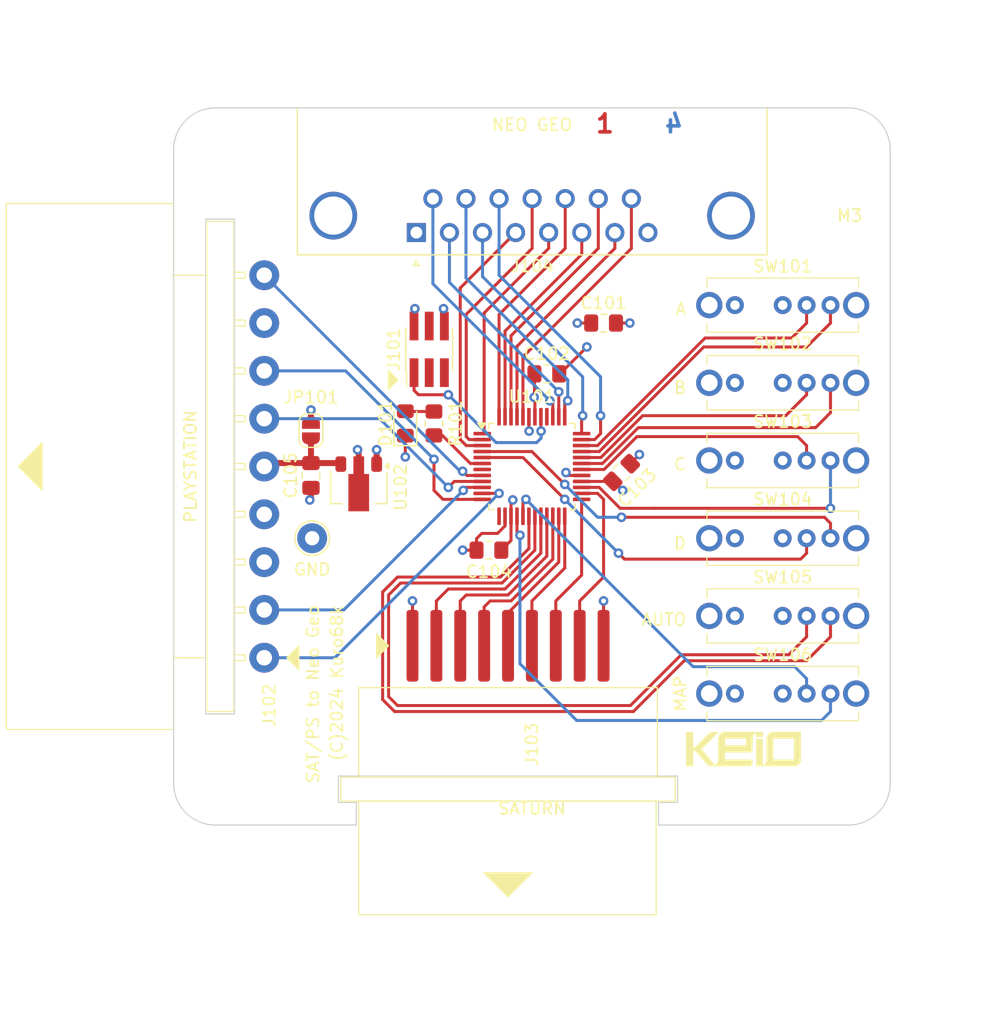
<source format=kicad_pcb>
(kicad_pcb (version 20240108) (generator "pcbnew") (generator_version "8.0")
  (layers (0 "F.Cu" signal) (1 "In1.Cu" signal) (2 "In2.Cu" signal) (31 "B.Cu" signal) (34 "B.Paste" user) (35 "F.Paste" user) (36 "B.SilkS" user "B.Silkscreen") (37 "F.SilkS" user "F.Silkscreen") (38 "B.Mask" user) (39 "F.Mask" user) (44 "Edge.Cuts" user))
  (net 0 "")
  (net 1 "+5V")
  (net 2 "GND")
  (net 3 "/UPDI_DATA")
  (net 7 "/PS_DAT")
  (net 8 "/PS_CMD")
  (net 10 "+3.3V")
  (net 11 "/PS_ATT")
  (net 12 "/PS_CLK")
  (net 14 "/PS_ACK")
  (net 15 "/SAT_D1")
  (net 16 "/SAT_D0")
  (net 17 "/SAT_TH")
  (net 18 "/SAT_TR")
  (net 19 "/SAT_TL")
  (net 20 "/SAT_D3")
  (net 21 "/SAT_D2")
  (net 22 "/NG_SEL")
  (net 23 "/NG_B")
  (net 24 "/NG_RIGHT")
  (net 25 "/NG_DOWN")
  (net 26 "/NG_START")
  (net 27 "/NG_C")
  (net 28 "/NG_A")
  (net 29 "/NG_LEFT")
  (net 30 "/NG_UP")
  (net 32 "/AF_A1")
  (net 33 "/AF_A2")
  (net 35 "/AF_B1")
  (net 36 "/AF_B2")
  (net 38 "/AF_C1")
  (net 39 "/AF_C2")
  (net 41 "/AF_D1")
  (net 42 "/AF_D2")
  (net 44 "/MODE1")
  (net 45 "/MODE2")
  (net 48 "/NG_NC1")
  (net 49 "/NG_D1")
  (net 50 "/NG_D2")
  (net 51 "/NG_NC2")
  (net 54 "/AUTO1")
  (net 55 "/AUTO2")
  (net 56 "Net-(D101-A)")
  (net 57 "Net-(U101-PB2)")
  (footprint "Resistor_SMD:R_0805_2012Metric_Pad1.20x1.40mm_HandSolder" (layer "F.Cu") (at 96.8 66.4 90)
    (property "Reference" "R101")
    (property "Value" "470Ω")
  )
  (footprint "Retro_Game_Connectors_3rd_Party:Sega_Saturn" (layer "F.Cu") (at 103 96 180)
    (property "Reference" "J103")
    (property "Value" "Saturn")
  )
  (footprint "Jumper:SolderJumper-2_P1.3mm_Open_RoundedPad1.0x1.5mm" (layer "F.Cu") (at 86.5 67 -90)
    (property "Reference" "JP101")
    (property "Value" "PS_5V")
  )
  (footprint "MountingHole:MountingHole_3.2mm_M3" (layer "F.Cu") (at 131.5 96.5)
    (property "Reference" "H102" (hide yes))
    (property "Value" "MountingHole")
  )
  (footprint "Slide_Switch_TH:XKB_SS13D75" (layer "F.Cu") (at 126 89)
    (property "Reference" "SW106")
    (property "Value" "MODE")
  )
  (footprint "Package_TO_SOT_SMD:SOT-89-3" (layer "F.Cu") (at 90.5 71.75 -90)
    (property "Reference" "U102")
    (property "Value" "MCP1700x-330xxMB")
  )
  (footprint "Slide_Switch_TH:XKB_SS13D75" (layer "F.Cu") (at 126 63)
    (property "Reference" "SW102")
    (property "Value" "AF_B")
  )
  (footprint "Connector_Dsub:DSUB-15_Female_Horizontal_P2.77x2.84mm_EdgePinOffset7.70mm_Housed_MountingHolesOffset9.12mm" (layer "F.Cu") (at 95.325 50.430331 180)
    (property "Reference" "J104")
    (property "Value" "NEO_GEO")
  )
  (footprint "Capacitor_SMD:C_0805_2012Metric_Pad1.18x1.45mm_HandSolder" (layer "F.Cu") (at 111 58)
    (property "Reference" "C101")
    (property "Value" "10u")
  )
  (footprint "Capacitor_SMD:C_0805_2012Metric_Pad1.18x1.45mm_HandSolder" (layer "F.Cu") (at 101.4 77)
    (property "Reference" "C104")
    (property "Value" "100n")
  )
  (footprint "LED_SMD:LED_0805_2012Metric_Pad1.15x1.40mm_HandSolder" (layer "F.Cu") (at 94.4 66.4 90)
    (property "Reference" "D101")
    (property "Value" "LED")
  )
  (footprint "MountingHole:MountingHole_3.2mm_M3" (layer "F.Cu") (at 78.5 96.5)
    (property "Reference" "H103" (hide yes))
    (property "Value" "MountingHole")
  )
  (footprint "Slide_Switch_TH:XKB_SS13D75" (layer "F.Cu") (at 126 56.5)
    (property "Reference" "SW101")
    (property "Value" "AF_A")
  )
  (footprint "Slide_Switch_TH:XKB_SS13D75" (layer "F.Cu") (at 126 82.5)
    (property "Reference" "SW105")
    (property "Value" "AUTO")
  )
  (footprint "Capacitor_SMD:C_0805_2012Metric_Pad1.18x1.45mm_HandSolder" (layer "F.Cu") (at 106.25 62.25)
    (property "Reference" "C102")
    (property "Value" "100n")
  )
  (footprint "TestPoint:TestPoint_THTPad_D2.5mm_Drill1.2mm" (layer "F.Cu") (at 86.6 76)
    (property "Reference" "TP101" (hide yes))
    (property "Value" "PS_GND_TAB")
  )
  (footprint "Retro_Game_Connectors_3rd_Party:Sony_Playstation" (layer "F.Cu") (at 74.9875 70 90)
    (property "Reference" "J102")
    (property "Value" "Playstation")
  )
  (footprint "Capacitor_SMD:C_0805_2012Metric_Pad1.18x1.45mm_HandSolder" (layer "F.Cu") (at 86.5 70.75 -90)
    (property "Reference" "C105")
    (property "Value" "1u")
  )
  (footprint "Slide_Switch_TH:XKB_SS13D75" (layer "F.Cu") (at 126 76)
    (property "Reference" "SW104")
    (property "Value" "AF_D")
  )
  (footprint "Slide_Switch_TH:XKB_SS13D75" (layer "F.Cu") (at 126 69.5)
    (property "Reference" "SW103")
    (property "Value" "AF_C")
  )
  (footprint "MountingHole:MountingHole_3.2mm_M3" (layer "F.Cu") (at 78.5 43.5)
    (property "Reference" "H104" (hide yes))
    (property "Value" "MountingHole")
  )
  (footprint "Connector_PinHeader_1.27mm:PinHeader_2x03_P1.27mm_Vertical_SMD" (layer "F.Cu") (at 96.4 60.2 90)
    (property "Reference" "J101")
    (property "Value" "AVR-UPDI-6")
  )
  (footprint "Capacitor_SMD:C_0805_2012Metric_Pad1.18x1.45mm_HandSolder" (layer "F.Cu") (at 112.5 70.5 45)
    (property "Reference" "C103")
    (property "Value" "100n")
  )
  (footprint "Package_QFP:TQFP-48_7x7mm_P0.5mm" (layer "F.Cu") (at 105 70)
    (property "Reference" "U101")
    (property "Value" "AVR32DA48x-xPT")
  )
  (footprint "MountingHole:MountingHole_3.2mm_M3" (layer "F.Cu") (at 131.5 43.5)
    (property "Reference" "H101" (hide yes))
    (property "Value" "MountingHole")
  )
  (gr_poly (pts (xy 118.5 93.5) (xy 118.513532 93.499586) (xy 118.527038 93.498378) (xy 118.540491 93.496431) (xy 118.553865 93.493796) (xy 118.567133 93.490526) (xy 118.580269 93.486675) (xy 118.593246 93.482295) (xy 118.606038 93.477439) (xy 118.618618 93.47216) (xy 118.630961 93.466511) (xy 118.643039 93.460544) (xy 118.654826 93.454314) (xy 118.666296 93.447871) (xy 118.677423 93.44127) (xy 118.698538 93.427804) (xy 118.717962 93.414338) (xy 118.735482 93.401295) (xy 118.750887 93.389098) (xy 118.763966 93.37817) (xy 118.782297 93.361813) (xy 118.788783 93.355609) (xy 119.799525 92.34487) (xy 119.813057 92.331752) (xy 119.826563 92.319454) (xy 119.840016 92.307948) (xy 119.85339 92.29721) (xy 119.866658 92.287212) (xy 119.879794 92.277927) (xy 119.892771 92.26933) (xy 119.905563 92.261394) (xy 119.918143 92.254093) (xy 119.930486 92.247399) (xy 119.942564 92.241287) (xy 119.954351 92.235731) (xy 119.965821 92.230703) (xy 119.976948 92.226178) (xy 119.998063 92.218528) (xy 120.017487 92.21257) (xy 120.035007 92.208093) (xy 120.050412 92.204885) (xy 120.063491 92.202735) (xy 120.074031 92.201431) (xy 120.081822 92.200761) (xy 120.088308 92.200479) (xy 120.665873 92.200479) (xy 119.221959 93.644393) (xy 120.339188 94.990843) (xy 120.340987 94.990843) (xy 120.369135 94.970577) (xy 120.39594 94.948674) (xy 120.421338 94.925207) (xy 120.445263 94.900248) (xy 120.467649 94.873869) (xy 120.488432 94.846142) (xy 120.507545 94.817142) (xy 120.524924 94.786939) (xy 120.540503 94.755606) (xy 120.554217 94.723217) (xy 120.566 94.689843) (xy 120.575788 94.655557) (xy 120.583514 94.620431) (xy 120.589114 94.584538) (xy 120.592522 94.54795) (xy 120.593672 94.51074) (xy 120.593672 92.778044) (xy 121.171238 92.778044) (xy 121.171238 93.324926) (xy 122.903934 93.324926) (xy 122.903934 92.778044) (xy 121.171238 92.778044) (xy 120.593672 92.778044) (xy 120.594421 92.748243) (xy 120.596644 92.718842) (xy 120.600305 92.689877) (xy 120.605369 92.661385) (xy 120.611799 92.633399) (xy 120.619561 92.605958) (xy 120.628617 92.579095) (xy 120.638933 92.552848) (xy 120.650472 92.527251) (xy 120.663199 92.502341) (xy 120.677078 92.478154) (xy 120.692073 92.454724) (xy 120.708148 92.432089) (xy 120.725268 92.410283) (xy 120.743396 92.389343) (xy 120.762498 92.369304) (xy 120.782536 92.350203) (xy 120.803476 92.332074) (xy 120.825282 92.314955) (xy 120.847917 92.298879) (xy 120.871347 92.283884) (xy 120.895534 92.270006) (xy 120.920444 92.257279) (xy 120.946041 92.24574) (xy 120.972289 92.235424) (xy 120.999151 92.226368) (xy 121.026593 92.218606) (xy 121.054578 92.212176) (xy 121.083071 92.207112) (xy 121.112036 92.203451) (xy 121.141436 92.201228) (xy 121.171237 92.200479) (xy 124.347847 92.200479) (xy 124.347847 92.633653) (xy 123.770282 92.633653) (xy 123.770282 92.279893) (xy 123.738693 92.299584) (xy 123.708488 92.321177) (xy 123.679759 92.344591) (xy 123.652594 92.369745) (xy 123.627085 92.39656) (xy 123.60332 92.424953) (xy 123.581391 92.454846) (xy 123.561388 92.486157) (xy 123.5434 92.518806) (xy 123.527518 92.552712) (xy 123.513833 92.587795) (xy 123.502433 92.623974) (xy 123.49341 92.661169) (xy 123.486853 92.6993) (xy 123.482852 92.738285) (xy 123.481499 92.778044) (xy 123.481499 93.615513) (xy 123.481661 93.617331) (xy 123.481782 93.619138) (xy 123.481915 93.622724) (xy 123.481932 93.62629) (xy 123.481868 93.629851) (xy 123.481638 93.637029) (xy 123.481539 93.640678) (xy 123.481499 93.644391) (xy 123.481125 93.659295) (xy 123.480013 93.673999) (xy 123.478183 93.688484) (xy 123.475652 93.702733) (xy 123.472438 93.716728) (xy 123.468558 93.73045) (xy 123.464031 93.743882) (xy 123.458875 93.757007) (xy 123.453106 93.769806) (xy 123.446744 93.782261) (xy 123.439806 93.794355) (xy 123.43231 93.80607) (xy 123.424274 93.817387) (xy 123.415715 93.828289) (xy 123.406652 93.838758) (xy 123.397102 93.848777) (xy 123.387084 93.858326) (xy 123.376615 93.867389) (xy 123.365713 93.875948) (xy 123.354395 93.883984) (xy 123.342681 93.891481) (xy 123.330587 93.898419) (xy 123.318132 93.904781) (xy 123.305333 93.910549) (xy 123.292208 93.915706) (xy 123.278776 93.920233) (xy 123.265053 93.924112) (xy 123.251059 93.927327) (xy 123.23681 93.929858) (xy 123.222324 93.931688) (xy 123.207621 93.932799) (xy 123.192716 93.933174) (xy 121.171237 93.933174) (xy 121.171237 94.510738) (xy 123.481499 94.510738) (xy 123.481499 94.770642) (xy 123.481661 94.772461) (xy 123.481782 94.774267) (xy 123.481915 94.777854) (xy 123.481932 94.78142) (xy 123.481868 94.784981) (xy 123.481638 94.792158) (xy 123.481539 94.795808) (xy 123.481499 94.799521) (xy 123.481125 94.814425) (xy 123.480013 94.829129) (xy 123.478183 94.843614) (xy 123.475652 94.857863) (xy 123.472438 94.871857) (xy 123.468558 94.88558) (xy 123.464031 94.899012) (xy 123.458875 94.912137) (xy 123.453106 94.924936) (xy 123.446744 94.937391) (xy 123.439806 94.949485) (xy 123.43231 94.961199) (xy 123.424274 94.972517) (xy 123.415715 94.983419) (xy 123.406652 94.993888) (xy 123.397102 95.003906) (xy 123.387084 95.013456) (xy 123.376615 95.022519) (xy 123.365713 95.031078) (xy 123.354395 95.039114) (xy 123.342681 95.04661) (xy 123.330587 95.053548) (xy 123.318132 95.059911) (xy 123.305333 95.065679) (xy 123.292208 95.070836) (xy 123.278776 95.075363) (xy 123.265053 95.079242) (xy 123.251059 95.082457) (xy 123.23681 95.084988) (xy 123.222324 95.086818) (xy 123.207621 95.087929) (xy 123.192716 95.088303) (xy 119.943911 95.088303) (xy 119.929743 95.087889) (xy 119.915683 95.086682) (xy 119.901752 95.084734) (xy 119.887973 95.082099) (xy 119.874369 95.078829) (xy 119.860962 95.074978) (xy 119.847774 95.070598) (xy 119.834828 95.065742) (xy 119.822146 95.060463) (xy 119.809751 95.054814) (xy 119.797666 95.048848) (xy 119.785912 95.042617) (xy 119.774513 95.036175) (xy 119.763491 95.029574) (xy 119.742666 95.016108) (xy 119.723617 95.002641) (xy 119.706526 94.989598) (xy 119.69157 94.977401) (xy 119.678931 94.966473) (xy 119.661319 94.950116) (xy 119.655129 94.943912) (xy 118.788781 93.933174) (xy 118.77626 93.919119) (xy 118.763637 93.906002) (xy 118.750946 93.893792) (xy 118.738217 93.882456) (xy 118.725485 93.871961) (xy 118.712782 93.862276) (xy 118.700141 93.853368) (xy 118.687594 93.845205) (xy 118.675175 93.837755) (xy 118.662916 93.830984) (xy 118.650849 93.824862) (xy 118.639008 93.819355) (xy 118.627425 93.814431) (xy 118.616134 93.810059) (xy 118.605166 93.806205) (xy 118.594554 93.802838) (xy 118.574533 93.797434) (xy 118.55633 93.793589) (xy 118.540209 93.791044) (xy 118.526432 93.789541) (xy 118.51526 93.788822) (xy 118.506956 93.788628) (xy 118.499998 93.788782) (xy 118.499998 95.088305) (xy 117.893554 95.088305) (xy 117.893554 92.200479) (xy 117.893557 92.200477) (xy 118.5 92.200477)) (stroke (width -0.000001)) (fill solid) (layer "F.SilkS"))
  (gr_poly (pts (xy 127.524459 94.51074) (xy 127.52371 94.540549) (xy 127.521488 94.569957) (xy 127.517828 94.598927) (xy 127.512766 94.627425) (xy 127.506337 94.655414) (xy 127.498578 94.682859) (xy 127.489524 94.709724) (xy 127.47921 94.735973) (xy 127.467674 94.761571) (xy 127.454949 94.786482) (xy 127.441073 94.810669) (xy 127.426081 94.834098) (xy 127.410008 94.856733) (xy 127.392891 94.878537) (xy 127.374765 94.899476) (xy 127.355665 94.919512) (xy 127.335628 94.938612) (xy 127.31469 94.956738) (xy 127.292885 94.973855) (xy 127.270251 94.989928) (xy 127.246822 95.00492) (xy 127.222634 95.018796) (xy 127.197723 95.03152) (xy 127.172126 95.043057) (xy 127.145876 95.05337) (xy 127.119011 95.062424) (xy 127.091566 95.070183) (xy 127.063577 95.076612) (xy 127.035079 95.081674) (xy 127.006109 95.085334) (xy 126.976702 95.087556) (xy 126.946893 95.088305) (xy 123.770283 95.088305) (xy 123.770283 92.778044) (xy 124.347848 92.778044) (xy 124.347848 95.0125) (xy 124.379629 94.992828) (xy 124.409976 94.971184) (xy 124.438804 94.947657) (xy 124.466028 94.922335) (xy 124.491562 94.895307) (xy 124.515322 94.866661) (xy 124.537223 94.836487) (xy 124.557179 94.804873) (xy 124.575106 94.771907) (xy 124.590919 94.737677) (xy 124.604532 94.702274) (xy 124.615861 94.665785) (xy 124.62482 94.628298) (xy 124.631325 94.589903) (xy 124.63529 94.550687) (xy 124.636631 94.51074) (xy 124.636631 92.778044) (xy 125.214196 92.778044) (xy 125.214196 94.51074) (xy 126.946893 94.51074) (xy 126.946893 92.778044) (xy 125.214196 92.778044) (xy 124.636631 92.778044) (xy 124.63738 92.748235) (xy 124.639602 92.718828) (xy 124.643262 92.689858) (xy 124.648324 92.66136) (xy 124.654753 92.633371) (xy 124.662512 92.605926) (xy 124.671566 92.579061) (xy 124.68188 92.552812) (xy 124.693416 92.527214) (xy 124.70614 92.502304) (xy 124.720017 92.478116) (xy 124.735009 92.454687) (xy 124.751081 92.432052) (xy 124.768199 92.410248) (xy 124.786325 92.389309) (xy 124.805424 92.369273) (xy 124.825461 92.350173) (xy 124.8464 92.332047) (xy 124.868204 92.31493) (xy 124.890839 92.298857) (xy 124.914268 92.283865) (xy 124.938456 92.269989) (xy 124.963366 92.257264) (xy 124.988964 92.245728) (xy 125.015213 92.235414) (xy 125.042078 92.22636) (xy 125.069523 92.218601) (xy 125.097512 92.212172) (xy 125.12601 92.20711) (xy 125.154981 92.20345) (xy 125.184388 92.201228) (xy 125.214196 92.200479) (xy 127.524459 92.200479)) (stroke (width -0.000001)) (fill solid) (layer "F.SilkS"))
  (gr_poly (pts (xy 93.75 62.75) (xy 93 62) (xy 93 63.5)) (stroke (width 0.15)) (fill solid) (layer "F.SilkS"))
  (gr_arc (start 135 96.5) (mid 133.974874 98.974874) (end 131.5 100) (stroke (width 0.1)) (layer "Edge.Cuts"))
  (gr_line (start 90.3 98.1) (end 88.8 98.1) (stroke (width 0.1)) (layer "Edge.Cuts"))
  (gr_line (start 77.7 90.7) (end 80.1 90.7) (stroke (width 0.1)) (layer "Edge.Cuts"))
  (gr_arc (start 131.5 40) (mid 133.974874 41.025126) (end 135 43.5) (stroke (width 0.1)) (layer "Edge.Cuts"))
  (gr_line (start 77.7 49.3) (end 77.7 90.7) (stroke (width 0.1)) (layer "Edge.Cuts"))
  (gr_line (start 90.3 100) (end 90.3 98.1) (stroke (width 0.1)) (layer "Edge.Cuts"))
  (gr_line (start 135 96.5) (end 135 43.5) (stroke (width 0.1)) (layer "Edge.Cuts"))
  (gr_line (start 75 43.5) (end 75 96.5) (stroke (width 0.1)) (layer "Edge.Cuts"))
  (gr_line (start 117.2 95.9) (end 117.2 98.1) (stroke (width 0.1)) (layer "Edge.Cuts"))
  (gr_line (start 117.2 98.1) (end 115.6 98.1) (stroke (width 0.1)) (layer "Edge.Cuts"))
  (gr_line (start 131.5 100) (end 115.6 100) (stroke (width 0.1)) (layer "Edge.Cuts"))
  (gr_line (start 115.6 98.1) (end 115.6 100) (stroke (width 0.1)) (layer "Edge.Cuts"))
  (gr_line (start 77.7 49.3) (end 80.1 49.3) (stroke (width 0.1)) (layer "Edge.Cuts"))
  (gr_arc (start 78.5 100) (mid 76.025126 98.974874) (end 75 96.5) (stroke (width 0.1)) (layer "Edge.Cuts"))
  (gr_line (start 131.5 40) (end 78.5 40) (stroke (width 0.1)) (layer "Edge.Cuts"))
  (gr_line (start 80.1 90.7) (end 80.1 49.3) (stroke (width 0.1)) (layer "Edge.Cuts"))
  (gr_line (start 88.8 95.9) (end 117.2 95.9) (stroke (width 0.1)) (layer "Edge.Cuts"))
  (gr_line (start 78.5 100) (end 90.3 100) (stroke (width 0.1)) (layer "Edge.Cuts"))
  (gr_line (start 88.8 98.1) (end 88.8 95.9) (stroke (width 0.1)) (layer "Edge.Cuts"))
  (gr_arc (start 75 43.5) (mid 76.025126 41.025126) (end 78.5 40) (stroke (width 0.1)) (layer "Edge.Cuts"))
  (gr_text "1" (at 110.2 42.2 0) (layer "F.Cu") (effects (font (size 1.5 1.5) (thickness 0.3) (bold yes)) (justify left bottom)))
  (gr_text "4" (at 117.8 42.2 0) (layer "B.Cu") (effects (font (size 1.5 1.5) (thickness 0.3) (bold yes)) (justify left bottom mirror)))
  (gr_text "C" (at 118 70.4 0) (layer "F.SilkS") (effects (font (size 1 1)) (justify right bottom)))
  (gr_text "SAT/PS to Neo Geo" (at 87.25 81.5 90) (layer "F.SilkS") (effects (font (size 1 1)) (justify right bottom)))
  (gr_text "AUTO" (at 118 83.4 0) (layer "F.SilkS") (effects (font (size 1 1)) (justify right bottom)))
  (gr_text "PLAYSTATION" (at 77 70 90) (layer "F.SilkS") (effects (font (size 1 1)) (justify bottom)))
  (gr_text "B" (at 118 64 0) (layer "F.SilkS") (effects (font (size 1 1)) (justify right bottom)))
  (gr_text "D" (at 118 77 0) (layer "F.SilkS") (effects (font (size 1 1)) (justify right bottom)))
  (gr_text "NEO GEO" (at 105 42 0) (layer "F.SilkS") (effects (font (size 1 1)) (justify bottom)))
  (gr_text "GND" (at 86.6 79.2 0) (layer "F.SilkS") (effects (font (size 1 1)) (justify bottom)))
  (gr_text "M3" (at 131.6 49.6 0) (layer "F.SilkS") (effects (font (size 1 1)) (justify bottom)))
  (gr_text "(C)2024 Kuro68k" (at 89.25 81.5 90) (layer "F.SilkS") (effects (font (size 1 1)) (justify right bottom)))
  (gr_text "MAP" (at 118 89 90) (layer "F.SilkS") (effects (font (size 1 1)) (justify bottom)))
  (gr_text "A" (at 118 57.4 0) (layer "F.SilkS") (effects (font (size 1 1)) (justify right bottom)))
  (gr_text "SATURN" (at 105 99.2 0) (layer "F.SilkS") (effects (font (size 1 1)) (justify bottom)))
  (segment (start 111.833623 71.233623) (end 112.6 72) (width 0.25) (layer "F.Cu") (net 1))
  (segment (start 100.3625 77) (end 99.2 77) (width 0.25) (layer "F.Cu") (net 1))
  (segment (start 95 85) (end 95 81.25) (width 0.25) (layer "F.Cu") (net 1))
  (segment (start 95.13 58.4) (end 95.13 56.87) (width 0.25) (layer "F.Cu") (net 1))
  (segment (start 105.25 62.2875) (end 105.2125 62.25) (width 0.25) (layer "F.Cu") (net 1))
  (segment (start 90.5 68.7) (end 90.4 68.6) (width 0.5) (layer "F.Cu") (net 1))
  (segment (start 102.75 74.1625) (end 102.75 74.967764) (width 0.25) (layer "F.Cu") (net 1))
  (segment (start 105.2125 64.1875) (end 105.187347 64.212653) (width 0.25) (layer "F.Cu") (net 1))
  (segment (start 100.3625 76.0375) (end 100.3625 77) (width 0.25) (layer "F.Cu") (net 1))
  (segment (start 86.5 66.35) (end 86.5 65.275) (width 0.5) (layer "F.Cu") (net 1))
  (segment (start 105.2125 62.25) (end 105.2125 64.1875) (width 0.25) (layer "F.Cu") (net 1))
  (segment (start 90.5 69.8875) (end 90.5 68.7) (width 0.5) (layer "F.Cu") (net 1))
  (segment (start 109.9625 58) (end 108.8 58) (width 0.25) (layer "F.Cu") (net 1))
  (segment (start 95.13 56.87) (end 95.2 56.8) (width 0.25) (layer "F.Cu") (net 1))
  (segment (start 100.8 75.6) (end 100.3625 76.0375) (width 0.25) (layer "F.Cu") (net 1))
  (segment (start 109.1625 71.25) (end 111.75 71.25) (width 0.25) (layer "F.Cu") (net 1))
  (segment (start 105.25 64.275306) (end 105.187347 64.212653) (width 0.25) (layer "F.Cu") (net 1))
  (segment (start 111.766377 71.233623) (end 111.833623 71.233623) (width 0.25) (layer "F.Cu") (net 1))
  (segment (start 111.75 71.25) (end 111.766377 71.233623) (width 0.25) (layer "F.Cu") (net 1))
  (segment (start 105.25 65.8375) (end 105.25 64.275306) (width 0.25) (layer "F.Cu") (net 1))
  (segment (start 102.75 74.967764) (end 102.117764 75.6) (width 0.25) (layer "F.Cu") (net 1))
  (segment (start 102.117764 75.6) (end 100.8 75.6) (width 0.25) (layer "F.Cu") (net 1))
  (via (at 99.2 77) (size 0.8) (drill 0.4) (layers "F.Cu" "B.Cu") (net 1))
  (via (at 95.2 56.8) (size 0.8) (drill 0.4) (layers "F.Cu" "B.Cu") (net 1))
  (via (at 108.8 58) (size 0.8) (drill 0.4) (layers "F.Cu" "B.Cu") (net 1))
  (via (at 86.5 65.275) (size 0.8) (drill 0.4) (layers "F.Cu" "B.Cu") (net 1))
  (via (at 105.187347 64.212653) (size 0.8) (drill 0.4) (layers "F.Cu" "B.Cu") (net 1))
  (via (at 112.6 72) (size 0.8) (drill 0.4) (layers "F.Cu" "B.Cu") (net 1))
  (via (at 90.4 68.6) (size 0.8) (drill 0.4) (layers "F.Cu" "B.Cu") (net 1))
  (via (at 95 81.25) (size 0.8) (drill 0.4) (layers "F.Cu" "B.Cu") (net 1))
  (segment (start 94.4 67.425) (end 94.4 69.2) (width 0.25) (layer "F.Cu") (net 2))
  (segment (start 109.1625 70.75) (end 108.094389 70.75) (width 0.25) (layer "F.Cu") (net 2))
  (segment (start 107.2875 62.25) (end 107.35 62.25) (width 0.25) (layer "F.Cu") (net 2))
  (segment (start 113.233623 69.766377) (end 114 69) (width 0.25) (layer "F.Cu") (net 2))
  (segment (start 86.5 72.7) (end 86.4 72.8) (width 0.5) (layer "F.Cu") (net 2))
  (segment (start 108.094389 70.75) (end 107.849332 70.504943) (width 0.25) (layer "F.Cu") (net 2))
  (segment (start 97.67 56.87) (end 97.6 56.8) (width 0.25) (layer "F.Cu") (net 2))
  (segment (start 97.67 58.4) (end 97.67 56.87) (width 0.25) (layer "F.Cu") (net 2))
  (segment (start 103.25 76.1875) (end 102.4375 77) (width 0.25) (layer "F.Cu") (net 2))
  (segment (start 103.25 72.95) (end 103.4 72.8) (width 0.25) (layer "F.Cu") (net 2))
  (segment (start 103.25 74.1625) (end 103.25 76.1875) (width 0.25) (layer "F.Cu") (net 2))
  (segment (start 104.75 67.021514) (end 104.767197 67.038711) (width 0.25) (layer "F.Cu") (net 2))
  (segment (start 86.5 71.7875) (end 86.5 72.7) (width 0.5) (layer "F.Cu") (net 2))
  (segment (start 103.25 74.1625) (end 103.25 72.95) (width 0.25) (layer "F.Cu") (net 2))
  (segment (start 104.75 65.8375) (end 104.75 67.021514) (width 0.25) (layer "F.Cu") (net 2))
  (segment (start 111 85) (end 111 81.25) (width 0.25) (layer "F.Cu") (net 2))
  (segment (start 112.0375 58) (end 113.2 58) (width 0.25) (layer "F.Cu") (net 2))
  (segment (start 107.35 62.25) (end 109.6 60) (width 0.25) (layer "F.Cu") (net 2))
  (segment (start 92 69.8) (end 92 68.6) (width 0.5) (layer "F.Cu") (net 2))
  (via (at 114 69) (size 0.8) (drill 0.4) (layers "F.Cu" "B.Cu") (net 2))
  (via (at 86.4 72.8) (size 0.8) (drill 0.4) (layers "F.Cu" "B.Cu") (net 2))
  (via (at 107.849332 70.504943) (size 0.8) (drill 0.4) (layers "F.Cu" "B.Cu") (net 2))
  (via (at 103.4 72.8) (size 0.8) (drill 0.4) (layers "F.Cu" "B.Cu") (net 2))
  (via (at 92 68.6) (size 0.8) (drill 0.4) (layers "F.Cu" "B.Cu") (net 2))
  (via (at 113.2 58) (size 0.8) (drill 0.4) (layers "F.Cu" "B.Cu") (net 2))
  (via (at 97.6 56.8) (size 0.8) (drill 0.4) (layers "F.Cu" "B.Cu") (net 2))
  (via (at 104.767197 67.038711) (size 0.8) (drill 0.4) (layers "F.Cu" "B.Cu") (net 2))
  (via (at 111 81.25) (size 0.8) (drill 0.4) (layers "F.Cu" "B.Cu") (net 2))
  (via (at 109.6 60) (size 0.8) (drill 0.4) (layers "F.Cu" "B.Cu") (net 2))
  (via (at 94.4 69.2) (size 0.8) (drill 0.4) (layers "F.Cu" "B.Cu") (net 2))
  (segment (start 95.13 62.15) (end 95.13 63.63) (width 0.25) (layer "F.Cu") (net 3))
  (segment (start 95.5 64) (end 98 64) (width 0.25) (layer "F.Cu") (net 3))
  (segment (start 105.75 65.8375) (end 105.75 67.021514) (width 0.25) (layer "F.Cu") (net 3))
  (segment (start 95.13 63.63) (end 95.5 64) (width 0.25) (layer "F.Cu") (net 3))
  (segment (start 105.75 67.021514) (end 105.767197 67.038711) (width 0.25) (layer "F.Cu") (net 3))
  (via (at 98 64) (size 0.8) (drill 0.4) (layers "F.Cu" "B.Cu") (net 3))
  (via (at 105.767197 67.038711) (size 0.8) (drill 0.4) (layers "F.Cu" "B.Cu") (net 3))
  (segment (start 98 64) (end 102 68) (width 0.25) (layer "B.Cu") (net 3))
  (segment (start 102 68) (end 105.4 68) (width 0.25) (layer "B.Cu") (net 3))
  (segment (start 105.767197 67.632803) (end 105.767197 67.038711) (width 0.25) (layer "B.Cu") (net 3))
  (segment (start 105.4 68) (end 105.767197 67.632803) (width 0.25) (layer "B.Cu") (net 3))
  (segment (start 100.8375 72.25) (end 102.25 72.25) (width 0.25) (layer "F.Cu") (net 7))
  (via (at 102.25 72.25) (size 0.8) (drill 0.4) (layers "F.Cu" "B.Cu") (net 7))
  (segment (start 88.5 86) (end 82.5875 86) (width 0.25) (layer "B.Cu") (net 7))
  (segment (start 102.25 72.25) (end 88.5 86) (width 0.25) (layer "B.Cu") (net 7))
  (segment (start 100.8375 71.75) (end 99.5 71.75) (width 0.25) (layer "F.Cu") (net 8))
  (segment (start 99.5 71.75) (end 99.25 72) (width 0.25) (layer "F.Cu") (net 8))
  (via (at 99.25 72) (size 0.8) (drill 0.4) (layers "F.Cu" "B.Cu") (net 8))
  (segment (start 99.25 72) (end 89.25 82) (width 0.25) (layer "B.Cu") (net 8))
  (segment (start 89.25 82) (end 82.5875 82) (width 0.25) (layer "B.Cu") (net 8))
  (segment (start 86.5 69.7125) (end 82.875 69.7125) (width 0.5) (layer "F.Cu") (net 10))
  (segment (start 88.9125 69.7125) (end 89 69.8) (width 0.5) (layer "F.Cu") (net 10))
  (segment (start 82.875 69.7125) (end 82.5875 70) (width 0.5) (layer "F.Cu") (net 10))
  (segment (start 86.5 69.7125) (end 88.9125 69.7125) (width 0.5) (layer "F.Cu") (net 10))
  (segment (start 86.5 67.65) (end 86.5 69.7125) (width 0.5) (layer "F.Cu") (net 10))
  (segment (start 100.8375 71.25) (end 98.5 71.25) (width 0.25) (layer "F.Cu") (net 11))
  (segment (start 98.5 71.25) (end 98 71.75) (width 0.25) (layer "F.Cu") (net 11))
  (via (at 98 71.75) (size 0.8) (drill 0.4) (layers "F.Cu" "B.Cu") (net 11))
  (segment (start 92.25 66) (end 82.5875 66) (width 0.25) (layer "B.Cu") (net 11))
  (segment (start 98 71.75) (end 92.25 66) (width 0.25) (layer "B.Cu") (net 11))
  (segment (start 100.8375 72.75) (end 97.55 72.75) (width 0.25) (layer "F.Cu") (net 12))
  (segment (start 96.8 72) (end 96.8 69.4) (width 0.25) (layer "F.Cu") (net 12))
  (segment (start 97.55 72.75) (end 96.8 72) (width 0.25) (layer "F.Cu") (net 12))
  (via (at 96.8 69.4) (size 0.8) (drill 0.4) (layers "F.Cu" "B.Cu") (net 12))
  (segment (start 89.4 62) (end 82.5875 62) (width 0.25) (layer "B.Cu") (net 12))
  (segment (start 96.8 69.4) (end 89.4 62) (width 0.25) (layer "B.Cu") (net 12))
  (segment (start 99.55 70.75) (end 99.2 70.4) (width 0.25) (layer "F.Cu") (net 14))
  (segment (start 100.8375 70.75) (end 99.55 70.75) (width 0.25) (layer "F.Cu") (net 14))
  (via (at 99.2 70.4) (size 0.8) (drill 0.4) (layers "F.Cu" "B.Cu") (net 14))
  (segment (start 98.9875 70.4) (end 82.5875 54) (width 0.25) (layer "B.Cu") (net 14))
  (segment (start 99.2 70.4) (end 98.9875 70.4) (width 0.25) (layer "B.Cu") (net 14))
  (segment (start 97 85) (end 97 81.25) (width 0.25) (layer "F.Cu") (net 15))
  (segment (start 102.75 80.25) (end 105.75 77.25) (width 0.25) (layer "F.Cu") (net 15))
  (segment (start 98 80.25) (end 102.75 80.25) (width 0.25) (layer "F.Cu") (net 15))
  (segment (start 97 81.25) (end 98 80.25) (width 0.25) (layer "F.Cu") (net 15))
  (segment (start 105.75 77.25) (end 105.75 74.1625) (width 0.25) (layer "F.Cu") (net 15))
  (segment (start 106.25 77.5) (end 106.25 74.1625) (width 0.25) (layer "F.Cu") (net 16))
  (segment (start 99.5 80.75) (end 103 80.75) (width 0.25) (layer "F.Cu") (net 16))
  (segment (start 99 81.25) (end 99.5 80.75) (width 0.25) (layer "F.Cu") (net 16))
  (segment (start 103 80.75) (end 106.25 77.5) (width 0.25) (layer "F.Cu") (net 16))
  (segment (start 99 85) (end 99 81.25) (width 0.25) (layer "F.Cu") (net 16))
  (segment (start 106.75 77.75) (end 103.25 81.25) (width 0.25) (layer "F.Cu") (net 17))
  (segment (start 103.25 81.25) (end 101.5 81.25) (width 0.25) (layer "F.Cu") (net 17))
  (segment (start 101 81.75) (end 101 85) (width 0.25) (layer "F.Cu") (net 17))
  (segment (start 106.75 74.1625) (end 106.75 77.75) (width 0.25) (layer "F.Cu") (net 17))
  (segment (start 101.5 81.25) (end 101 81.75) (width 0.25) (layer "F.Cu") (net 17))
  (segment (start 103 82.25) (end 107.25 78) (width 0.25) (layer "F.Cu") (net 18))
  (segment (start 103 85) (end 103 82.25) (width 0.25) (layer "F.Cu") (net 18))
  (segment (start 107.25 78) (end 107.25 74.1625) (width 0.25) (layer "F.Cu") (net 18))
  (segment (start 105 81.25) (end 107.75 78.5) (width 0.25) (layer "F.Cu") (net 19))
  (segment (start 107.75 78.5) (end 107.75 74.1625) (width 0.25) (layer "F.Cu") (net 19))
  (segment (start 105 85) (end 105 81.25) (width 0.25) (layer "F.Cu") (net 19))
  (segment (start 107 81.25) (end 107 85) (width 0.25) (layer "F.Cu") (net 20))
  (segment (start 109.1625 79.0875) (end 107 81.25) (width 0.25) (layer "F.Cu") (net 20))
  (segment (start 109.1625 72.75) (end 109.1625 79.0875) (width 0.25) (layer "F.Cu") (net 20))
  (segment (start 110.5 72.25) (end 111 72.75) (width 0.25) (layer "F.Cu") (net 21))
  (segment (start 111 79.25) (end 109 81.25) (width 0.25) (layer "F.Cu") (net 21))
  (segment (start 109 81.25) (end 109 85) (width 0.25) (layer "F.Cu") (net 21))
  (segment (start 111 72.75) (end 111 79.25) (width 0.25) (layer "F.Cu") (net 21))
  (segment (start 109.1625 72.25) (end 110.5 72.25) (width 0.25) (layer "F.Cu") (net 21))
  (segment (start 109.1625 65.8375) (end 109.25 65.75) (width 0.25) (layer "F.Cu") (net 22))
  (segment (start 109.1625 67.25) (end 109.1625 65.8375) (width 0.25) (layer "F.Cu") (net 22))
  (via (at 109.25 65.75) (size 0.8) (drill 0.4) (layers "F.Cu" "B.Cu") (net 22))
  (segment (start 100.865 50.430331) (end 100.865 54.115) (width 0.25) (layer "B.Cu") (net 22))
  (segment (start 100.865 54.115) (end 109.25 62.5) (width 0.25) (layer "B.Cu") (net 22))
  (segment (start 109.25 62.5) (end 109.25 65.75) (width 0.25) (layer "B.Cu") (net 22))
  (segment (start 101 67.0875) (end 101 57.155) (width 0.25) (layer "F.Cu") (net 23))
  (segment (start 106.405 51.75) (end 106.405 50.430331) (width 0.25) (layer "F.Cu") (net 23))
  (segment (start 101 57.155) (end 106.405 51.75) (width 0.25) (layer "F.Cu") (net 23))
  (segment (start 100.8375 67.25) (end 101 67.0875) (width 0.25) (layer "F.Cu") (net 23))
  (segment (start 102.75 58.675) (end 109.175 52.25) (width 0.25) (layer "F.Cu") (net 24))
  (segment (start 102.75 65.8375) (end 102.75 58.675) (width 0.25) (layer "F.Cu") (net 24))
  (segment (start 109.175 52.25) (end 109.175 50.430331) (width 0.25) (layer "F.Cu") (net 24))
  (segment (start 103.75 65.8375) (end 103.75 59.945) (width 0.25) (layer "F.Cu") (net 25))
  (segment (start 111.945 51.75) (end 111.945 50.430331) (width 0.25) (layer "F.Cu") (net 25))
  (segment (start 103.75 59.945) (end 111.945 51.75) (width 0.25) (layer "F.Cu") (net 25))
  (segment (start 110.25 67.75) (end 109.1625 67.75) (width 0.25) (layer "F.Cu") (net 26))
  (segment (start 110.75 65.75) (end 110.75 67.25) (width 0.25) (layer "F.Cu") (net 26))
  (segment (start 110.75 67.25) (end 110.25 67.75) (width 0.25) (layer "F.Cu") (net 26))
  (via (at 110.75 65.75) (size 0.8) (drill 0.4) (layers "F.Cu" "B.Cu") (net 26))
  (segment (start 102.25 47.590331) (end 102.25 54) (width 0.25) (layer "B.Cu") (net 26))
  (segment (start 102.25 54) (end 110.75 62.5) (width 0.25) (layer "B.Cu") (net 26))
  (segment (start 110.75 62.5) (end 110.75 65.75) (width 0.25) (layer "B.Cu") (net 26))
  (segment (start 99.5 67.5) (end 99.5 57.27) (width 0.25) (layer "F.Cu") (net 27))
  (segment (start 105.02 51.75) (end 105.02 47.590331) (width 0.25) (layer "F.Cu") (net 27))
  (segment (start 99.75 67.75) (end 99.5 67.5) (width 0.25) (layer "F.Cu") (net 27))
  (segment (start 99.5 57.27) (end 105.02 51.75) (width 0.25) (layer "F.Cu") (net 27))
  (segment (start 100.8375 67.75) (end 99.75 67.75) (width 0.25) (layer "F.Cu") (net 27))
  (segment (start 107.79 51.75) (end 107.79 47.590331) (width 0.25) (layer "F.Cu") (net 28))
  (segment (start 102.25 65.8375) (end 102.25 57.29) (width 0.25) (layer "F.Cu") (net 28))
  (segment (start 102.25 57.29) (end 107.79 51.75) (width 0.25) (layer "F.Cu") (net 28))
  (segment (start 110.56 51.75) (end 110.56 47.590331) (width 0.25) (layer "F.Cu") (net 29))
  (segment (start 103.25 65.8375) (end 103.25 59.06) (width 0.25) (layer "F.Cu") (net 29))
  (segment (start 103.25 59.06) (end 110.56 51.75) (width 0.25) (layer "F.Cu") (net 29))
  (segment (start 104.25 65.8375) (end 104.25 60.83) (width 0.25) (layer "F.Cu") (net 30))
  (segment (start 113.33 51.75) (end 113.33 47.590331) (width 0.25) (layer "F.Cu") (net 30))
  (segment (start 104.25 60.83) (end 113.33 51.75) (width 0.25) (layer "F.Cu") (net 30))
  (segment (start 128 56.5) (end 128 58) (width 0.25) (layer "F.Cu") (net 32))
  (segment (start 119.5 59.25) (end 110.5 68.25) (width 0.25) (layer "F.Cu") (net 32))
  (segment (start 126.75 59.25) (end 119.5 59.25) (width 0.25) (layer "F.Cu") (net 32))
  (segment (start 110.5 68.25) (end 109.1625 68.25) (width 0.25) (layer "F.Cu") (net 32))
  (segment (start 128 58) (end 126.75 59.25) (width 0.25) (layer "F.Cu") (net 32))
  (segment (start 128 60) (end 119.386396 60) (width 0.25) (layer "F.Cu") (net 33))
  (segment (start 130 58) (end 128 60) (width 0.25) (layer "F.Cu") (net 33))
  (segment (start 110.636396 68.75) (end 109.1625 68.75) (width 0.25) (layer "F.Cu") (net 33))
  (segment (start 119.386396 60) (end 110.636396 68.75) (width 0.25) (layer "F.Cu") (net 33))
  (segment (start 130 56.5) (end 130 58) (width 0.25) (layer "F.Cu") (net 33))
  (segment (start 110.772792 69.25) (end 109.1625 69.25) (width 0.25) (layer "F.Cu") (net 35))
  (segment (start 128 63) (end 128 64) (width 0.25) (layer "F.Cu") (net 35))
  (segment (start 126.25 65.75) (end 114.272792 65.75) (width 0.25) (layer "F.Cu") (net 35))
  (segment (start 128 64) (end 126.25 65.75) (width 0.25) (layer "F.Cu") (net 35))
  (segment (start 114.272792 65.75) (end 110.772792 69.25) (width 0.25) (layer "F.Cu") (net 35))
  (segment (start 130 63) (end 130 65.5) (width 0.25) (layer "F.Cu") (net 36))
  (segment (start 130 65.5) (end 128.75 66.75) (width 0.25) (layer "F.Cu") (net 36))
  (segment (start 113.909188 66.75) (end 110.909188 69.75) (width 0.25) (layer "F.Cu") (net 36))
  (segment (start 128.75 66.75) (end 113.909188 66.75) (width 0.25) (layer "F.Cu") (net 36))
  (segment (start 110.909188 69.75) (end 109.1625 69.75) (width 0.25) (layer "F.Cu") (net 36))
  (segment (start 128 69.5) (end 128 68.25) (width 0.25) (layer "F.Cu") (net 38))
  (segment (start 113.795584 67.5) (end 111.045584 70.25) (width 0.25) (layer "F.Cu") (net 38))
  (segment (start 111.045584 70.25) (end 109.1625 70.25) (width 0.25) (layer "F.Cu") (net 38))
  (segment (start 128 68.25) (end 127.25 67.5) (width 0.25) (layer "F.Cu") (net 38))
  (segment (start 127.25 67.5) (end 113.795584 67.5) (width 0.25) (layer "F.Cu") (net 38))
  (segment (start 109.1625 71.75) (end 110.636396 71.75) (width 0.25) (layer "F.Cu") (net 39))
  (segment (start 112.386396 73.5) (end 115.25 73.5) (width 0.25) (layer "F.Cu") (net 39))
  (segment (start 110.636396 71.75) (end 112.386396 73.5) (width 0.25) (layer "F.Cu") (net 39))
  (segment (start 115.25 73.5) (end 130 73.5) (width 0.25) (layer "F.Cu") (net 39))
  (via (at 130 73.5) (size 0.8) (drill 0.4) (layers "F.Cu" "B.Cu") (net 39))
  (segment (start 130 69.5) (end 130 73.5) (width 0.25) (layer "B.Cu") (net 39))
  (segment (start 128 76) (end 128 77.25) (width 0.25) (layer "F.Cu") (net 41))
  (segment (start 127.5 77.75) (end 112.75 77.75) (width 0.25) (layer "F.Cu") (net 41))
  (segment (start 104.25 69.25) (end 107.75 72.75) (width 0.25) (layer "F.Cu") (net 41))
  (segment (start 112.75 77.75) (end 112.25 77.25) (width 0.25) (layer "F.Cu") (net 41))
  (segment (start 128 77.25) (end 127.5 77.75) (width 0.25) (layer "F.Cu") (net 41))
  (segment (start 100.8375 69.25) (end 104.25 69.25) (width 0.25) (layer "F.Cu") (net 41))
  (via (at 107.75 72.75) (size 0.8) (drill 0.4) (layers "F.Cu" "B.Cu") (net 41))
  (via (at 112.25 77.25) (size 0.8) (drill 0.4) (layers "F.Cu" "B.Cu") (net 41))
  (segment (start 112.25 77.25) (end 107.75 72.75) (width 0.25) (layer "B.Cu") (net 41))
  (segment (start 129.5 74.25) (end 112.5 74.25) (width 0.25) (layer "F.Cu") (net 42))
  (segment (start 130 74.75) (end 129.5 74.25) (width 0.25) (layer "F.Cu") (net 42))
  (segment (start 130 76) (end 130 74.75) (width 0.25) (layer "F.Cu") (net 42))
  (segment (start 105 68.75) (end 107.75 71.5) (width 0.25) (layer "F.Cu") (net 42))
  (segment (start 100.8375 68.75) (end 105 68.75) (width 0.25) (layer "F.Cu") (net 42))
  (via (at 112.5 74.25) (size 0.8) (drill 0.4) (layers "F.Cu" "B.Cu") (net 42))
  (via (at 107.75 71.5) (size 0.8) (drill 0.4) (layers "F.Cu" "B.Cu") (net 42))
  (segment (start 112.5 74.25) (end 110.5 74.25) (width 0.25) (layer "B.Cu") (net 42))
  (segment (start 110.5 74.25) (end 107.75 71.5) (width 0.25) (layer "B.Cu") (net 42))
  (segment (start 104.25 73) (end 104.5 72.75) (width 0.25) (layer "F.Cu") (net 44))
  (segment (start 104.25 74.1625) (end 104.25 73) (width 0.25) (layer "F.Cu") (net 44))
  (via (at 104.5 72.75) (size 0.8) (drill 0.4) (layers "F.Cu" "B.Cu") (net 44))
  (segment (start 128 87.75) (end 128 89) (width 0.25) (layer "B.Cu") (net 44))
  (segment (start 118.5 86.75) (end 127 86.75) (width 0.25) (layer "B.Cu") (net 44))
  (segment (start 104.5 72.75) (end 118.5 86.75) (width 0.25) (layer "B.Cu") (net 44))
  (segment (start 127 86.75) (end 128 87.75) (width 0.25) (layer "B.Cu") (net 44))
  (segment (start 103.75 75.5) (end 104 75.75) (width 0.25) (layer "F.Cu") (net 45))
  (segment (start 103.75 74.1625) (end 103.75 75.5) (width 0.25) (layer "F.Cu") (net 45))
  (via (at 104 75.75) (size 0.8) (drill 0.4) (layers "F.Cu" "B.Cu") (net 45))
  (segment (start 130 90.5) (end 130 89) (width 0.25) (layer "B.Cu") (net 45))
  (segment (start 104 86.5) (end 108.75 91.25) (width 0.25) (layer "B.Cu") (net 45))
  (segment (start 129.25 91.25) (end 130 90.5) (width 0.25) (layer "B.Cu") (net 45))
  (segment (start 104 75.75) (end 104 86.5) (width 0.25) (layer "B.Cu") (net 45))
  (segment (start 108.75 91.25) (end 129.25 91.25) (width 0.25) (layer "B.Cu") (net 45))
  (segment (start 107.25 65.8375) (end 107.25 63.75) (width 0.25) (layer "F.Cu") (net 48))
  (via (at 107.25 63.75) (size 0.8) (drill 0.4) (layers "F.Cu" "B.Cu") (net 48))
  (segment (start 98.095 50.430331) (end 98.095 54.595) (width 0.25) (layer "B.Cu") (net 48))
  (segment (start 98.095 54.595) (end 107.25 63.75) (width 0.25) (layer "B.Cu") (net 48))
  (segment (start 99 67.75) (end 99 55.065331) (width 0.25) (layer "F.Cu") (net 49))
  (segment (start 100.8375 68.25) (end 99.5 68.25) (width 0.25) (layer "F.Cu") (net 49))
  (segment (start 99 55.065331) (end 103.635 50.430331) (width 0.25) (layer "F.Cu") (net 49))
  (segment (start 99.5 68.25) (end 99 67.75) (width 0.25) (layer "F.Cu") (net 49))
  (segment (start 106.75 64.75) (end 106.5 64.5) (width 0.25) (layer "F.Cu") (net 50))
  (segment (start 106.75 65.8375) (end 106.75 64.75) (width 0.25) (layer "F.Cu") (net 50))
  (via (at 106.5 64.5) (size 0.8) (drill 0.4) (layers "F.Cu" "B.Cu") (net 50))
  (segment (start 96.71 47.590331) (end 96.71 54.71) (width 0.25) (layer "B.Cu") (net 50))
  (segment (start 96.71 54.71) (end 106.5 64.5) (width 0.25) (layer "B.Cu") (net 50))
  (segment (start 107.75 64.75) (end 108 64.5) (width 0.25) (layer "F.Cu") (net 51))
  (segment (start 107.75 65.8375) (end 107.75 64.75) (width 0.25) (layer "F.Cu") (net 51))
  (via (at 108 64.5) (size 0.8) (drill 0.4) (layers "F.Cu" "B.Cu") (net 51))
  (segment (start 99.48 47.590331) (end 99.48 54.23) (width 0.25) (layer "B.Cu") (net 51))
  (segment (start 99.48 54.23) (end 108 62.75) (width 0.25) (layer "B.Cu") (net 51))
  (segment (start 108 62.75) (end 108 64.5) (width 0.25) (layer "B.Cu") (net 51))
  (segment (start 93 89.25) (end 93.75 90) (width 0.25) (layer "F.Cu") (net 54))
  (segment (start 93 80.75) (end 93 89.25) (width 0.25) (layer "F.Cu") (net 54))
  (segment (start 126.5 85.75) (end 128 84.25) (width 0.25) (layer "F.Cu") (net 54))
  (segment (start 117.5 85.75) (end 126.5 85.75) (width 0.25) (layer "F.Cu") (net 54))
  (segment (start 102.5 79.75) (end 94 79.75) (width 0.25) (layer "F.Cu") (net 54))
  (segment (start 94 79.75) (end 93 80.75) (width 0.25) (layer "F.Cu") (net 54))
  (segment (start 113.25 90) (end 117.5 85.75) (width 0.25) (layer "F.Cu") (net 54))
  (segment (start 105.25 74.1625) (end 105.25 77) (width 0.25) (layer "F.Cu") (net 54))
  (segment (start 128 84.25) (end 128 82.5) (width 0.25) (layer "F.Cu") (net 54))
  (segment (start 93.75 90) (end 113.25 90) (width 0.25) (layer "F.Cu") (net 54))
  (segment (start 105.25 77) (end 102.5 79.75) (width 0.25) (layer "F.Cu") (net 54))
  (segment (start 104.75 76.863604) (end 102.363604 79.25) (width 0.25) (layer "F.Cu") (net 55))
  (segment (start 102.363604 79.25) (end 93.75 79.25) (width 0.25) (layer "F.Cu") (net 55))
  (segment (start 93.75 79.25) (end 92.5 80.5) (width 0.25) (layer "F.Cu") (net 55))
  (segment (start 128 86.25) (end 130 84.25) (width 0.25) (layer "F.Cu") (net 55))
  (segment (start 117.75 86.25) (end 128 86.25) (width 0.25) (layer "F.Cu") (net 55))
  (segment (start 92.5 80.5) (end 92.5 89.5) (width 0.25) (layer "F.Cu") (net 55))
  (segment (start 130 84.25) (end 130 82.5) (width 0.25) (layer "F.Cu") (net 55))
  (segment (start 104.75 74.1625) (end 104.75 76.863604) (width 0.25) (layer "F.Cu") (net 55))
  (segment (start 93.5 90.5) (end 113.5 90.5) (width 0.25) (layer "F.Cu") (net 55))
  (segment (start 92.5 89.5) (end 93.5 90.5) (width 0.25) (layer "F.Cu") (net 55))
  (segment (start 113.5 90.5) (end 117.75 86.25) (width 0.25) (layer "F.Cu") (net 55))
  (segment (start 96.8 65.4) (end 94.425 65.4) (width 0.25) (layer "F.Cu") (net 56))
  (segment (start 94.425 65.4) (end 94.4 65.375) (width 0.25) (layer "F.Cu") (net 56))
  (segment (start 96.8 67.4) (end 97.5 67.4) (width 0.25) (layer "F.Cu") (net 57))
  (segment (start 97.5 67.4) (end 99.85 69.75) (width 0.25) (layer "F.Cu") (net 57))
  (segment (start 99.85 69.75) (end 100.8375 69.75) (width 0.25) (layer "F.Cu") (net 57))
)
</source>
